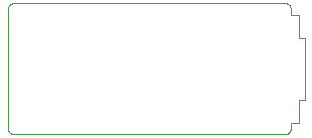
<source format=gm1>
G04 #@! TF.GenerationSoftware,KiCad,Pcbnew,8.0.0*
G04 #@! TF.CreationDate,2024-02-27T22:22:22+03:00*
G04 #@! TF.ProjectId,dummifier,64756d6d-6966-4696-9572-2e6b69636164,rev?*
G04 #@! TF.SameCoordinates,Original*
G04 #@! TF.FileFunction,Profile,NP*
%FSLAX46Y46*%
G04 Gerber Fmt 4.6, Leading zero omitted, Abs format (unit mm)*
G04 Created by KiCad (PCBNEW 8.0.0) date 2024-02-27 22:22:22*
%MOMM*%
%LPD*%
G01*
G04 APERTURE LIST*
G04 #@! TA.AperFunction,Profile*
%ADD10C,0.067468*%
G04 #@! TD*
G04 APERTURE END LIST*
D10*
X43950789Y-19740157D02*
X43973541Y-19741662D01*
X43995997Y-19744145D01*
X44018138Y-19747584D01*
X44039944Y-19751958D01*
X44061394Y-19757245D01*
X44082468Y-19763423D01*
X44103146Y-19770471D01*
X44123408Y-19778369D01*
X44143234Y-19787093D01*
X44162603Y-19796623D01*
X44181496Y-19806938D01*
X44199891Y-19818016D01*
X44217770Y-19829835D01*
X44235112Y-19842374D01*
X44251896Y-19855612D01*
X44272660Y-19873662D01*
X44292414Y-19892794D01*
X44311112Y-19912965D01*
X44328709Y-19934130D01*
X44345159Y-19956243D01*
X44360417Y-19979261D01*
X44374437Y-20003139D01*
X44387174Y-20027832D01*
X44398583Y-20053295D01*
X44408618Y-20079484D01*
X44417233Y-20106354D01*
X44424384Y-20133860D01*
X44430025Y-20161958D01*
X44434111Y-20190603D01*
X44436595Y-20219750D01*
X44437434Y-20249356D01*
X44437434Y-20775895D01*
X45108958Y-20775895D01*
X45108958Y-22651842D01*
X45619192Y-22651842D01*
X45619192Y-27970803D01*
X45108958Y-27970803D01*
X45108958Y-29846751D01*
X44437434Y-29846751D01*
X44437434Y-30330612D01*
X44436773Y-30356931D01*
X44434814Y-30382895D01*
X44431587Y-30408471D01*
X44427123Y-30433629D01*
X44421454Y-30458336D01*
X44414612Y-30482562D01*
X44406627Y-30506275D01*
X44397532Y-30529443D01*
X44387358Y-30552036D01*
X44376135Y-30574021D01*
X44363897Y-30595367D01*
X44350673Y-30616042D01*
X44336496Y-30636016D01*
X44321396Y-30655256D01*
X44305406Y-30673732D01*
X44288557Y-30691411D01*
X44270880Y-30708263D01*
X44252407Y-30724255D01*
X44233168Y-30739357D01*
X44213197Y-30753537D01*
X44192523Y-30766763D01*
X44171178Y-30779004D01*
X44149194Y-30790229D01*
X44126603Y-30800406D01*
X44103435Y-30809503D01*
X44079722Y-30817489D01*
X44055496Y-30824333D01*
X44030787Y-30830004D01*
X44005628Y-30834469D01*
X43980050Y-30837697D01*
X43954085Y-30839657D01*
X43927762Y-30840317D01*
X20990515Y-30840350D01*
X20964195Y-30839690D01*
X20938232Y-30837730D01*
X20912655Y-30834502D01*
X20887498Y-30830037D01*
X20862790Y-30824366D01*
X20838564Y-30817522D01*
X20814851Y-30809536D01*
X20791683Y-30800439D01*
X20769090Y-30790262D01*
X20747106Y-30779037D01*
X20725760Y-30766796D01*
X20705084Y-30753570D01*
X20685110Y-30739390D01*
X20665870Y-30724289D01*
X20647394Y-30708296D01*
X20629715Y-30691444D01*
X20612863Y-30673765D01*
X20596871Y-30655289D01*
X20581769Y-30636049D01*
X20567589Y-30616075D01*
X20554363Y-30595400D01*
X20542122Y-30574054D01*
X20530897Y-30552069D01*
X20520721Y-30529477D01*
X20511623Y-30506308D01*
X20503637Y-30482595D01*
X20496793Y-30458369D01*
X20491123Y-30433662D01*
X20486658Y-30408504D01*
X20483430Y-30382928D01*
X20481470Y-30356964D01*
X20480809Y-30330645D01*
X20480809Y-20249356D01*
X20481470Y-20223036D01*
X20483430Y-20197073D01*
X20486658Y-20171496D01*
X20491123Y-20146339D01*
X20496793Y-20121631D01*
X20503637Y-20097405D01*
X20511623Y-20073692D01*
X20520721Y-20050524D01*
X20530897Y-20027931D01*
X20542122Y-20005947D01*
X20554363Y-19984601D01*
X20567589Y-19963925D01*
X20581769Y-19943951D01*
X20596871Y-19924711D01*
X20612863Y-19906235D01*
X20629715Y-19888556D01*
X20647394Y-19871704D01*
X20665870Y-19855712D01*
X20685110Y-19840610D01*
X20705084Y-19826430D01*
X20725760Y-19813204D01*
X20747106Y-19800963D01*
X20769090Y-19789738D01*
X20791683Y-19779562D01*
X20814851Y-19770464D01*
X20838564Y-19762478D01*
X20862790Y-19755634D01*
X20887498Y-19749964D01*
X20912655Y-19745499D01*
X20938232Y-19742271D01*
X20964195Y-19740311D01*
X20990515Y-19739650D01*
X43927762Y-19739650D01*
X43950789Y-19740157D01*
M02*

</source>
